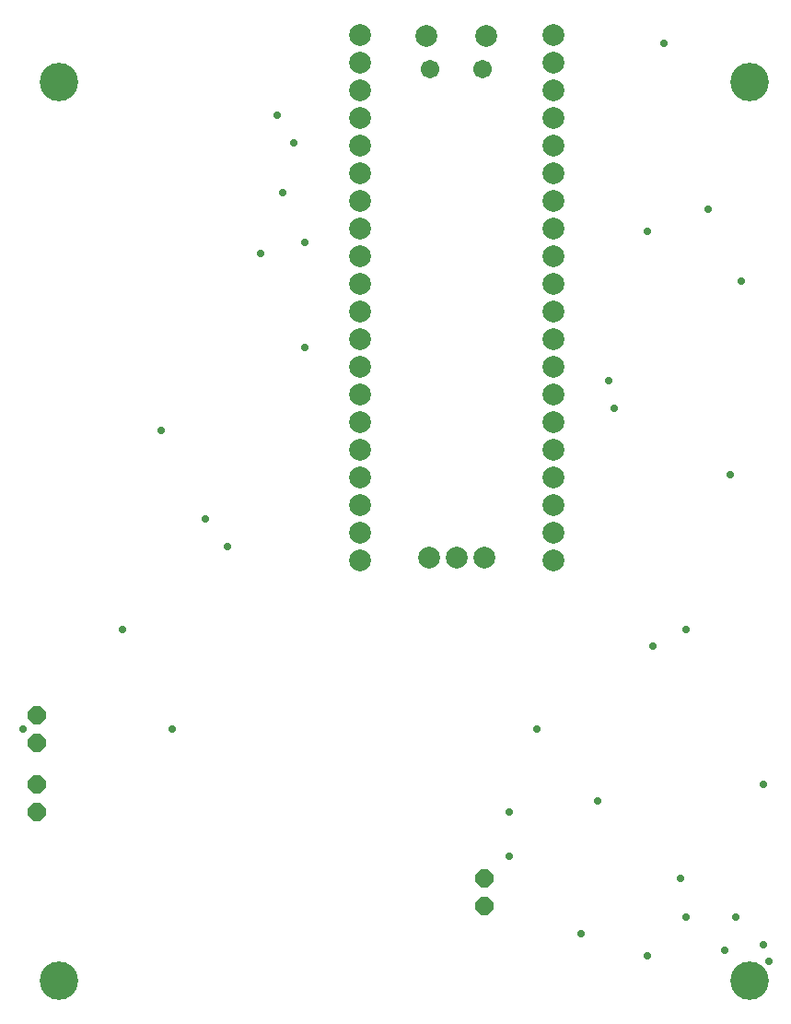
<source format=gbs>
G04 EAGLE Gerber RS-274X export*
G75*
%MOMM*%
%FSLAX34Y34*%
%LPD*%
%INSoldermask Bottom*%
%IPPOS*%
%AMOC8*
5,1,8,0,0,1.08239X$1,22.5*%
G01*
%ADD10P,1.803519X8X292.500000*%
%ADD11P,1.803519X8X112.500000*%
%ADD12C,2.003200*%
%ADD13C,1.703200*%
%ADD14C,0.705600*%
%ADD15C,3.530600*%


D10*
X43180Y243840D03*
X43180Y218440D03*
D11*
X454660Y132080D03*
X454660Y157480D03*
X43180Y281940D03*
X43180Y307340D03*
D12*
X340360Y932180D03*
X340360Y906780D03*
X340360Y779780D03*
X340360Y754380D03*
X340360Y881380D03*
X340360Y855980D03*
X340360Y805180D03*
X340360Y830580D03*
X340360Y728980D03*
X340360Y703580D03*
X340360Y678180D03*
X340360Y652780D03*
X340360Y627380D03*
X340360Y601980D03*
X340360Y576580D03*
X340360Y551180D03*
X340360Y525780D03*
X340360Y500380D03*
X340360Y474980D03*
X340360Y449580D03*
X518160Y449580D03*
X518160Y474980D03*
X518160Y500380D03*
X518160Y525780D03*
X518160Y551180D03*
X518160Y576580D03*
X518160Y601980D03*
X518160Y627380D03*
X518160Y652780D03*
X518160Y678180D03*
X518160Y703580D03*
X518160Y728980D03*
X518160Y754380D03*
X518160Y779780D03*
X518160Y805180D03*
X518160Y830580D03*
X518160Y855980D03*
X518160Y881380D03*
X518160Y906780D03*
X518160Y932180D03*
X402010Y930880D03*
X456510Y930880D03*
D13*
X405010Y900580D03*
X453510Y900580D03*
D12*
X403860Y451880D03*
X429260Y451880D03*
X454660Y451880D03*
D14*
X218440Y462280D03*
X609600Y370840D03*
D15*
X698500Y63500D03*
X63500Y63500D03*
X63500Y889000D03*
X698500Y889000D03*
D14*
X716280Y81280D03*
X711200Y96520D03*
X574040Y589280D03*
X568960Y614680D03*
X289560Y741680D03*
X289560Y645160D03*
X269240Y787400D03*
X264160Y858520D03*
X604520Y751840D03*
X680720Y528320D03*
X477520Y218440D03*
X477520Y177800D03*
X502920Y294640D03*
X640080Y386080D03*
X121920Y386080D03*
X198120Y487680D03*
X248920Y731520D03*
X619760Y924560D03*
X279400Y833120D03*
X660400Y772160D03*
X157480Y568960D03*
X690880Y706120D03*
X167640Y294640D03*
X30480Y294640D03*
X640080Y121920D03*
X604520Y86360D03*
X685800Y121920D03*
X711200Y243840D03*
X675640Y91440D03*
X635000Y157480D03*
X558800Y228600D03*
X543560Y106680D03*
M02*

</source>
